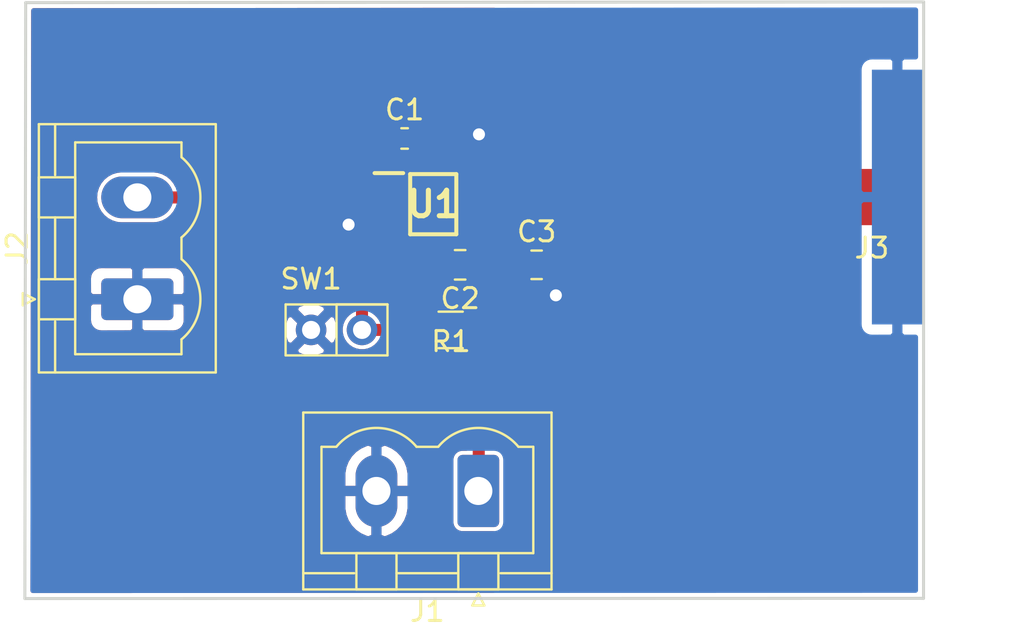
<source format=kicad_pcb>
(kicad_pcb (version 20171130) (host pcbnew "(5.1.10)-1")

  (general
    (thickness 1.6)
    (drawings 5)
    (tracks 37)
    (zones 0)
    (modules 9)
    (nets 7)
  )

  (page A4)
  (title_block
    (date 2021-01-14)
  )

  (layers
    (0 F.Cu signal)
    (31 B.Cu signal)
    (32 B.Adhes user)
    (33 F.Adhes user)
    (34 B.Paste user)
    (35 F.Paste user)
    (36 B.SilkS user)
    (37 F.SilkS user)
    (38 B.Mask user)
    (39 F.Mask user)
    (40 Dwgs.User user)
    (41 Cmts.User user)
    (42 Eco1.User user)
    (43 Eco2.User user)
    (44 Edge.Cuts user)
    (45 Margin user)
    (46 B.CrtYd user)
    (47 F.CrtYd user)
    (48 B.Fab user)
    (49 F.Fab user)
  )

  (setup
    (last_trace_width 0.3)
    (user_trace_width 0.3)
    (user_trace_width 0.45)
    (user_trace_width 0.6)
    (user_trace_width 2.803)
    (trace_clearance 0.2)
    (zone_clearance 0.2)
    (zone_45_only no)
    (trace_min 0.2)
    (via_size 0.8)
    (via_drill 0.6)
    (via_min_size 0.4)
    (via_min_drill 0.3)
    (user_via 0.8 0.6)
    (uvia_size 0.3)
    (uvia_drill 0.1)
    (uvias_allowed no)
    (uvia_min_size 0.2)
    (uvia_min_drill 0.1)
    (edge_width 0.15)
    (segment_width 0.2)
    (pcb_text_width 0.3)
    (pcb_text_size 1.5 1.5)
    (mod_edge_width 0.15)
    (mod_text_size 1 1)
    (mod_text_width 0.15)
    (pad_size 1.524 1.524)
    (pad_drill 0.762)
    (pad_to_mask_clearance 0.2)
    (aux_axis_origin 0 0)
    (visible_elements 7FFFEFFF)
    (pcbplotparams
      (layerselection 0x01000_7fffffff)
      (usegerberextensions false)
      (usegerberattributes false)
      (usegerberadvancedattributes false)
      (creategerberjobfile false)
      (excludeedgelayer true)
      (linewidth 0.100000)
      (plotframeref false)
      (viasonmask false)
      (mode 1)
      (useauxorigin false)
      (hpglpennumber 1)
      (hpglpenspeed 20)
      (hpglpendiameter 15.000000)
      (psnegative false)
      (psa4output false)
      (plotreference true)
      (plotvalue true)
      (plotinvisibletext false)
      (padsonsilk false)
      (subtractmaskfromsilk false)
      (outputformat 1)
      (mirror false)
      (drillshape 0)
      (scaleselection 1)
      (outputdirectory "../saida/"))
  )

  (net 0 "")
  (net 1 GND)
  (net 2 /BYP)
  (net 3 +5V)
  (net 4 /OUT)
  (net 5 /SHDN)
  (net 6 /Tune)

  (net_class Default "This is the default net class."
    (clearance 0.2)
    (trace_width 0.3)
    (via_dia 0.8)
    (via_drill 0.6)
    (uvia_dia 0.3)
    (uvia_drill 0.1)
    (add_net +5V)
    (add_net /BYP)
    (add_net /SHDN)
    (add_net /Tune)
    (add_net GND)
  )

  (net_class Micro50 ""
    (clearance 0.2)
    (trace_width 2.803)
    (via_dia 0.8)
    (via_drill 0.6)
    (uvia_dia 0.3)
    (uvia_drill 0.1)
    (add_net /OUT)
  )

  (module radar:switchRadar (layer F.Cu) (tedit 60009EEF) (tstamp 5FFCD667)
    (at 146.94154 100.44938)
    (path /5FF36AD2)
    (fp_text reference SW1 (at 0 -2.54) (layer F.SilkS)
      (effects (font (size 1 1) (thickness 0.15)))
    )
    (fp_text value SW_Push (at 0 -5.08) (layer F.Fab)
      (effects (font (size 1 1) (thickness 0.15)))
    )
    (fp_line (start 1.27 -1.27) (end 1.27 1.27) (layer F.SilkS) (width 0.12))
    (fp_line (start 3.81 -1.27) (end 1.27 -1.27) (layer F.SilkS) (width 0.12))
    (fp_line (start -1.27 -1.27) (end 3.81 -1.27) (layer F.SilkS) (width 0.12))
    (fp_line (start -1.27 1.27) (end -1.27 -1.27) (layer F.SilkS) (width 0.12))
    (fp_line (start 3.81 1.27) (end -1.27 1.27) (layer F.SilkS) (width 0.12))
    (fp_line (start 3.81 -1.27) (end 3.81 1.27) (layer F.SilkS) (width 0.12))
    (pad 2 thru_hole circle (at 2.54 0) (size 1.524 1.524) (drill 0.9) (layers *.Cu *.Mask)
      (net 5 /SHDN))
    (pad 1 thru_hole circle (at 0 0) (size 1.524 1.524) (drill 0.9) (layers *.Cu *.Mask)
      (net 1 GND))
  )

  (module Capacitor_SMD:C_0805_2012Metric (layer F.Cu) (tedit 5F68FEEE) (tstamp 5FFCBEE3)
    (at 154.37358 97.20326 180)
    (descr "Capacitor SMD 0805 (2012 Metric), square (rectangular) end terminal, IPC_7351 nominal, (Body size source: IPC-SM-782 page 76, https://www.pcb-3d.com/wordpress/wp-content/uploads/ipc-sm-782a_amendment_1_and_2.pdf, https://docs.google.com/spreadsheets/d/1BsfQQcO9C6DZCsRaXUlFlo91Tg2WpOkGARC1WS5S8t0/edit?usp=sharing), generated with kicad-footprint-generator")
    (tags capacitor)
    (path /5FFC6E2B)
    (attr smd)
    (fp_text reference C2 (at 0 -1.68) (layer F.SilkS)
      (effects (font (size 1 1) (thickness 0.15)))
    )
    (fp_text value "220 pF" (at 0 1.68) (layer F.Fab)
      (effects (font (size 1 1) (thickness 0.15)))
    )
    (fp_line (start 1.7 0.98) (end -1.7 0.98) (layer F.CrtYd) (width 0.05))
    (fp_line (start 1.7 -0.98) (end 1.7 0.98) (layer F.CrtYd) (width 0.05))
    (fp_line (start -1.7 -0.98) (end 1.7 -0.98) (layer F.CrtYd) (width 0.05))
    (fp_line (start -1.7 0.98) (end -1.7 -0.98) (layer F.CrtYd) (width 0.05))
    (fp_line (start -0.261252 0.735) (end 0.261252 0.735) (layer F.SilkS) (width 0.12))
    (fp_line (start -0.261252 -0.735) (end 0.261252 -0.735) (layer F.SilkS) (width 0.12))
    (fp_line (start 1 0.625) (end -1 0.625) (layer F.Fab) (width 0.1))
    (fp_line (start 1 -0.625) (end 1 0.625) (layer F.Fab) (width 0.1))
    (fp_line (start -1 -0.625) (end 1 -0.625) (layer F.Fab) (width 0.1))
    (fp_line (start -1 0.625) (end -1 -0.625) (layer F.Fab) (width 0.1))
    (fp_text user %R (at 1.310299 -2.323261) (layer F.Fab)
      (effects (font (size 0.5 0.5) (thickness 0.08)))
    )
    (pad 2 smd roundrect (at 0.95 0 180) (size 1 1.45) (layers F.Cu F.Paste F.Mask) (roundrect_rratio 0.25)
      (net 1 GND))
    (pad 1 smd roundrect (at -0.95 0 180) (size 1 1.45) (layers F.Cu F.Paste F.Mask) (roundrect_rratio 0.25)
      (net 3 +5V))
    (model ${KISYS3DMOD}/Capacitor_SMD.3dshapes/C_0805_2012Metric.wrl
      (at (xyz 0 0 0))
      (scale (xyz 1 1 1))
      (rotate (xyz 0 0 0))
    )
  )

  (module Connector_Phoenix_MSTB:PhoenixContact_MSTBVA_2,5_2-G-5,08_1x02_P5.08mm_Vertical (layer F.Cu) (tedit 5B785047) (tstamp 5FFCC2F9)
    (at 138.28014 98.9203 90)
    (descr "Generic Phoenix Contact connector footprint for: MSTBVA_2,5/2-G-5,08; number of pins: 02; pin pitch: 5.08mm; Vertical || order number: 1755736 12A || order number: 1924305 16A (HC)")
    (tags "phoenix_contact connector MSTBVA_01x02_G_5.08mm")
    (path /5FF40A67)
    (fp_text reference J2 (at 2.54 -6 90) (layer F.SilkS)
      (effects (font (size 1 1) (thickness 0.15)))
    )
    (fp_text value Conn_01x02 (at 2.54 5 90) (layer F.Fab)
      (effects (font (size 1 1) (thickness 0.15)))
    )
    (fp_line (start -0.5 -3.55) (end 0.5 -3.55) (layer F.Fab) (width 0.1))
    (fp_line (start 0 -2.55) (end -0.5 -3.55) (layer F.Fab) (width 0.1))
    (fp_line (start 0.5 -3.55) (end 0 -2.55) (layer F.Fab) (width 0.1))
    (fp_line (start -0.3 -5.71) (end 0.3 -5.71) (layer F.SilkS) (width 0.12))
    (fp_line (start 0 -5.11) (end -0.3 -5.71) (layer F.SilkS) (width 0.12))
    (fp_line (start 0.3 -5.71) (end 0 -5.11) (layer F.SilkS) (width 0.12))
    (fp_line (start 9.12 -5.3) (end -4.04 -5.3) (layer F.CrtYd) (width 0.05))
    (fp_line (start 9.12 4.3) (end 9.12 -5.3) (layer F.CrtYd) (width 0.05))
    (fp_line (start -4.04 4.3) (end 9.12 4.3) (layer F.CrtYd) (width 0.05))
    (fp_line (start -4.04 -5.3) (end -4.04 4.3) (layer F.CrtYd) (width 0.05))
    (fp_line (start 7.82 2.2) (end 7.08 2.2) (layer F.SilkS) (width 0.12))
    (fp_line (start 7.82 -3.1) (end 7.82 2.2) (layer F.SilkS) (width 0.12))
    (fp_line (start -2.74 -3.1) (end 7.82 -3.1) (layer F.SilkS) (width 0.12))
    (fp_line (start -2.74 2.2) (end -2.74 -3.1) (layer F.SilkS) (width 0.12))
    (fp_line (start -2 2.2) (end -2.74 2.2) (layer F.SilkS) (width 0.12))
    (fp_line (start 2 2.2) (end 3.08 2.2) (layer F.SilkS) (width 0.12))
    (fp_line (start 6.08 -3.1) (end 4.08 -3.1) (layer F.SilkS) (width 0.12))
    (fp_line (start 6.08 -4.91) (end 6.08 -3.1) (layer F.SilkS) (width 0.12))
    (fp_line (start 4.08 -4.91) (end 6.08 -4.91) (layer F.SilkS) (width 0.12))
    (fp_line (start 4.08 -3.1) (end 4.08 -4.91) (layer F.SilkS) (width 0.12))
    (fp_line (start 1 -3.1) (end -1 -3.1) (layer F.SilkS) (width 0.12))
    (fp_line (start 1 -4.91) (end 1 -3.1) (layer F.SilkS) (width 0.12))
    (fp_line (start -1 -4.91) (end 1 -4.91) (layer F.SilkS) (width 0.12))
    (fp_line (start -1 -3.1) (end -1 -4.91) (layer F.SilkS) (width 0.12))
    (fp_line (start 1 -4.1) (end 4.08 -4.1) (layer F.SilkS) (width 0.12))
    (fp_line (start 8.73 -4.1) (end 6.19 -4.1) (layer F.SilkS) (width 0.12))
    (fp_line (start -3.65 -4.1) (end -1.11 -4.1) (layer F.SilkS) (width 0.12))
    (fp_line (start 8.62 -4.8) (end -3.54 -4.8) (layer F.Fab) (width 0.1))
    (fp_line (start 8.62 3.8) (end 8.62 -4.8) (layer F.Fab) (width 0.1))
    (fp_line (start -3.54 3.8) (end 8.62 3.8) (layer F.Fab) (width 0.1))
    (fp_line (start -3.54 -4.8) (end -3.54 3.8) (layer F.Fab) (width 0.1))
    (fp_line (start 8.73 -4.91) (end -3.65 -4.91) (layer F.SilkS) (width 0.12))
    (fp_line (start 8.73 3.91) (end 8.73 -4.91) (layer F.SilkS) (width 0.12))
    (fp_line (start -3.65 3.91) (end 8.73 3.91) (layer F.SilkS) (width 0.12))
    (fp_line (start -3.65 -4.91) (end -3.65 3.91) (layer F.SilkS) (width 0.12))
    (fp_text user %R (at 2.54 -4.1 90) (layer F.Fab)
      (effects (font (size 1 1) (thickness 0.15)))
    )
    (fp_arc (start 5.08 0.55) (end 3.08 2.2) (angle -100.5) (layer F.SilkS) (width 0.12))
    (fp_arc (start 0 0.55) (end -2 2.2) (angle -100.5) (layer F.SilkS) (width 0.12))
    (pad 2 thru_hole oval (at 5.08 0 90) (size 2.08 3.6) (drill 1.4) (layers *.Cu *.Mask)
      (net 6 /Tune))
    (pad 1 thru_hole roundrect (at 0 0 90) (size 2.08 3.6) (drill 1.4) (layers *.Cu *.Mask) (roundrect_rratio 0.1201908653846154)
      (net 1 GND))
    (model ${KISYS3DMOD}/Connector_Phoenix_MSTB.3dshapes/PhoenixContact_MSTBVA_2,5_2-G-5,08_1x02_P5.08mm_Vertical.wrl
      (at (xyz 0 0 0))
      (scale (xyz 1 1 1))
      (rotate (xyz 0 0 0))
    )
  )

  (module footprints:SMA_Amphenol_901-9215_EdgeMount (layer F.Cu) (tedit 5DA84608) (tstamp 5D54D79B)
    (at 172.36186 93.82506)
    (descr http://www.amphenolrf.com/132289.html)
    (tags SMA)
    (path /5C49BA5D)
    (attr smd)
    (fp_text reference J3 (at 2.54 2.54) (layer F.SilkS)
      (effects (font (size 1 1) (thickness 0.15)))
    )
    (fp_text value Conn_Coaxial (at 5 7.62 180) (layer F.Fab)
      (effects (font (size 1 1) (thickness 0.15)))
    )
    (fp_line (start -2.54 6.35) (end -2.54 -6.35) (layer B.CrtYd) (width 0.05))
    (fp_line (start 5.08 6.35) (end -2.54 6.35) (layer B.CrtYd) (width 0.05))
    (fp_line (start 5.08 -6.35) (end 5.08 6.35) (layer B.CrtYd) (width 0.05))
    (fp_line (start 5.08 -6.35) (end -2.54 -6.35) (layer B.CrtYd) (width 0.05))
    (fp_line (start -2.54 6.35) (end -2.54 -6.35) (layer F.CrtYd) (width 0.05))
    (fp_line (start 5.08 6.35) (end -2.54 6.35) (layer F.CrtYd) (width 0.05))
    (fp_line (start 5.08 -6.35) (end 5.08 6.35) (layer F.CrtYd) (width 0.05))
    (fp_line (start 5.08 -6.35) (end -2.54 -6.35) (layer F.CrtYd) (width 0.05))
    (fp_text user %R (at 1.27 -3.81 90) (layer F.Fab)
      (effects (font (size 1 1) (thickness 0.15)))
    )
    (pad 1 smd rect (at 1.27 0 90) (size 2.8029 7.62) (layers F.Cu F.Paste F.Mask)
      (net 4 /OUT))
    (pad 2 smd rect (at 3.81 0 180) (size 2.54 12.7) (layers B.Cu B.Paste B.Mask)
      (net 1 GND))
    (model ${KISYS3DMOD}/Connector_Coaxial.3dshapes/SMA_Amphenol_132289_EdgeMount.wrl
      (at (xyz 0 0 0))
      (scale (xyz 1 1 1))
      (rotate (xyz 0 0 0))
    )
    (model C:/Users/USER/Desktop/901-9215-REV-1.igs
      (offset (xyz 14.73199977874756 0 0.6349999904632568))
      (scale (xyz 1 1 1))
      (rotate (xyz 0 180 0))
    )
  )

  (module Resistor_SMD:R_1206_3216Metric (layer F.Cu) (tedit 5B301BBD) (tstamp 5D54D4CC)
    (at 153.90114 100.44938 180)
    (descr "Resistor SMD 1206 (3216 Metric), square (rectangular) end terminal, IPC_7351 nominal, (Body size source: http://www.tortai-tech.com/upload/download/2011102023233369053.pdf), generated with kicad-footprint-generator")
    (tags resistor)
    (path /5C4F9F46)
    (attr smd)
    (fp_text reference R1 (at -0.0127 -0.57754) (layer F.SilkS)
      (effects (font (size 1 1) (thickness 0.15)))
    )
    (fp_text value 10k (at 0 1.82) (layer F.Fab)
      (effects (font (size 1 1) (thickness 0.15)))
    )
    (fp_line (start -1.6 0.8) (end -1.6 -0.8) (layer F.Fab) (width 0.1))
    (fp_line (start -1.6 -0.8) (end 1.6 -0.8) (layer F.Fab) (width 0.1))
    (fp_line (start 1.6 -0.8) (end 1.6 0.8) (layer F.Fab) (width 0.1))
    (fp_line (start 1.6 0.8) (end -1.6 0.8) (layer F.Fab) (width 0.1))
    (fp_line (start -0.602064 -0.91) (end 0.602064 -0.91) (layer F.SilkS) (width 0.12))
    (fp_line (start -0.602064 0.91) (end 0.602064 0.91) (layer F.SilkS) (width 0.12))
    (fp_line (start -2.28 1.12) (end -2.28 -1.12) (layer F.CrtYd) (width 0.05))
    (fp_line (start -2.28 -1.12) (end 2.28 -1.12) (layer F.CrtYd) (width 0.05))
    (fp_line (start 2.28 -1.12) (end 2.28 1.12) (layer F.CrtYd) (width 0.05))
    (fp_line (start 2.28 1.12) (end -2.28 1.12) (layer F.CrtYd) (width 0.05))
    (fp_text user %R (at -0.04318 -0.22098) (layer F.Fab)
      (effects (font (size 0.8 0.8) (thickness 0.12)))
    )
    (pad 1 smd roundrect (at -1.4 0 180) (size 1.25 1.75) (layers F.Cu F.Paste F.Mask) (roundrect_rratio 0.2)
      (net 3 +5V))
    (pad 2 smd roundrect (at 1.4 0 180) (size 1.25 1.75) (layers F.Cu F.Paste F.Mask) (roundrect_rratio 0.2)
      (net 5 /SHDN))
    (model ${KISYS3DMOD}/Resistor_SMD.3dshapes/R_1206_3216Metric.wrl
      (at (xyz 0 0 0))
      (scale (xyz 1 1 1))
      (rotate (xyz 0 0 0))
    )
  )

  (module SamacSys_Parts:SOP65P490X110-8N (layer F.Cu) (tedit 0) (tstamp 5D54D4E3)
    (at 153.03246 94.18066)
    (descr 21-0036)
    (tags "Integrated Circuit")
    (path /5C4F997F)
    (attr smd)
    (fp_text reference U1 (at 0 0) (layer F.SilkS)
      (effects (font (size 1.27 1.27) (thickness 0.254)))
    )
    (fp_text value MAX2750EUA+ (at 0 0) (layer F.SilkS) hide
      (effects (font (size 1.27 1.27) (thickness 0.254)))
    )
    (fp_line (start -2.925 -1.55) (end -1.5 -1.55) (layer F.SilkS) (width 0.2))
    (fp_line (start -1.15 1.5) (end -1.15 -1.5) (layer F.SilkS) (width 0.2))
    (fp_line (start 1.15 1.5) (end -1.15 1.5) (layer F.SilkS) (width 0.2))
    (fp_line (start 1.15 -1.5) (end 1.15 1.5) (layer F.SilkS) (width 0.2))
    (fp_line (start -1.15 -1.5) (end 1.15 -1.5) (layer F.SilkS) (width 0.2))
    (fp_line (start -1.5 -0.85) (end -0.85 -1.5) (layer F.Fab) (width 0.1))
    (fp_line (start -1.5 1.5) (end -1.5 -1.5) (layer F.Fab) (width 0.1))
    (fp_line (start 1.5 1.5) (end -1.5 1.5) (layer F.Fab) (width 0.1))
    (fp_line (start 1.5 -1.5) (end 1.5 1.5) (layer F.Fab) (width 0.1))
    (fp_line (start -1.5 -1.5) (end 1.5 -1.5) (layer F.Fab) (width 0.1))
    (fp_line (start -3.175 1.8) (end -3.175 -1.8) (layer F.CrtYd) (width 0.05))
    (fp_line (start 3.175 1.8) (end -3.175 1.8) (layer F.CrtYd) (width 0.05))
    (fp_line (start 3.175 -1.8) (end 3.175 1.8) (layer F.CrtYd) (width 0.05))
    (fp_line (start -3.175 -1.8) (end 3.175 -1.8) (layer F.CrtYd) (width 0.05))
    (fp_text user %R (at 0 0) (layer F.Fab)
      (effects (font (size 1.27 1.27) (thickness 0.254)))
    )
    (pad 8 smd rect (at 2.212 -0.975 90) (size 0.45 1.425) (layers F.Cu F.Paste F.Mask)
      (net 1 GND))
    (pad 7 smd rect (at 2.212 -0.325 90) (size 0.45 1.425) (layers F.Cu F.Paste F.Mask)
      (net 4 /OUT))
    (pad 6 smd rect (at 2.212 0.325 90) (size 0.45 1.425) (layers F.Cu F.Paste F.Mask)
      (net 3 +5V))
    (pad 5 smd rect (at 2.212 0.975 90) (size 0.45 1.425) (layers F.Cu F.Paste F.Mask)
      (net 3 +5V))
    (pad 4 smd rect (at -2.212 0.975 90) (size 0.45 1.425) (layers F.Cu F.Paste F.Mask)
      (net 5 /SHDN))
    (pad 3 smd rect (at -2.212 0.325 90) (size 0.45 1.425) (layers F.Cu F.Paste F.Mask)
      (net 1 GND))
    (pad 2 smd rect (at -2.212 -0.325 90) (size 0.45 1.425) (layers F.Cu F.Paste F.Mask)
      (net 6 /Tune))
    (pad 1 smd rect (at -2.212 -0.975 90) (size 0.45 1.425) (layers F.Cu F.Paste F.Mask)
      (net 2 /BYP))
    (model C:\SamacSys_PCB_Library\KiCad\SamacSys_Parts.3dshapes\MAX2750EUA+.stp
      (at (xyz 0 0 0))
      (scale (xyz 1 1 1))
      (rotate (xyz 0 0 0))
    )
  )

  (module Connector_Phoenix_MSTB:PhoenixContact_MSTBVA_2,5_2-G-5,08_1x02_P5.08mm_Vertical (layer F.Cu) (tedit 5B785047) (tstamp 5D54D48F)
    (at 155.28036 108.47832 180)
    (descr "Generic Phoenix Contact connector footprint for: MSTBVA_2,5/2-G-5,08; number of pins: 02; pin pitch: 5.08mm; Vertical || order number: 1755736 12A || order number: 1924305 16A (HC)")
    (tags "phoenix_contact connector MSTBVA_01x02_G_5.08mm")
    (path /5C4FA506)
    (fp_text reference J1 (at 2.54 -6) (layer F.SilkS)
      (effects (font (size 1 1) (thickness 0.15)))
    )
    (fp_text value Conn_01x02 (at 4.82346 -2.39014) (layer F.Fab)
      (effects (font (size 1 1) (thickness 0.15)))
    )
    (fp_line (start -0.5 -3.55) (end 0.5 -3.55) (layer F.Fab) (width 0.1))
    (fp_line (start 0 -2.55) (end -0.5 -3.55) (layer F.Fab) (width 0.1))
    (fp_line (start 0.5 -3.55) (end 0 -2.55) (layer F.Fab) (width 0.1))
    (fp_line (start -0.3 -5.71) (end 0.3 -5.71) (layer F.SilkS) (width 0.12))
    (fp_line (start 0 -5.11) (end -0.3 -5.71) (layer F.SilkS) (width 0.12))
    (fp_line (start 0.3 -5.71) (end 0 -5.11) (layer F.SilkS) (width 0.12))
    (fp_line (start 9.12 -5.3) (end -4.04 -5.3) (layer F.CrtYd) (width 0.05))
    (fp_line (start 9.12 4.3) (end 9.12 -5.3) (layer F.CrtYd) (width 0.05))
    (fp_line (start -4.04 4.3) (end 9.12 4.3) (layer F.CrtYd) (width 0.05))
    (fp_line (start -4.04 -5.3) (end -4.04 4.3) (layer F.CrtYd) (width 0.05))
    (fp_line (start 7.82 2.2) (end 7.08 2.2) (layer F.SilkS) (width 0.12))
    (fp_line (start 7.82 -3.1) (end 7.82 2.2) (layer F.SilkS) (width 0.12))
    (fp_line (start -2.74 -3.1) (end 7.82 -3.1) (layer F.SilkS) (width 0.12))
    (fp_line (start -2.74 2.2) (end -2.74 -3.1) (layer F.SilkS) (width 0.12))
    (fp_line (start -2 2.2) (end -2.74 2.2) (layer F.SilkS) (width 0.12))
    (fp_line (start 2 2.2) (end 3.08 2.2) (layer F.SilkS) (width 0.12))
    (fp_line (start 6.08 -3.1) (end 4.08 -3.1) (layer F.SilkS) (width 0.12))
    (fp_line (start 6.08 -4.91) (end 6.08 -3.1) (layer F.SilkS) (width 0.12))
    (fp_line (start 4.08 -4.91) (end 6.08 -4.91) (layer F.SilkS) (width 0.12))
    (fp_line (start 4.08 -3.1) (end 4.08 -4.91) (layer F.SilkS) (width 0.12))
    (fp_line (start 1 -3.1) (end -1 -3.1) (layer F.SilkS) (width 0.12))
    (fp_line (start 1 -4.91) (end 1 -3.1) (layer F.SilkS) (width 0.12))
    (fp_line (start -1 -4.91) (end 1 -4.91) (layer F.SilkS) (width 0.12))
    (fp_line (start -1 -3.1) (end -1 -4.91) (layer F.SilkS) (width 0.12))
    (fp_line (start 1 -4.1) (end 4.08 -4.1) (layer F.SilkS) (width 0.12))
    (fp_line (start 8.73 -4.1) (end 6.19 -4.1) (layer F.SilkS) (width 0.12))
    (fp_line (start -3.65 -4.1) (end -1.11 -4.1) (layer F.SilkS) (width 0.12))
    (fp_line (start 8.62 -4.8) (end -3.54 -4.8) (layer F.Fab) (width 0.1))
    (fp_line (start 8.62 3.8) (end 8.62 -4.8) (layer F.Fab) (width 0.1))
    (fp_line (start -3.54 3.8) (end 8.62 3.8) (layer F.Fab) (width 0.1))
    (fp_line (start -3.54 -4.8) (end -3.54 3.8) (layer F.Fab) (width 0.1))
    (fp_line (start 8.73 -4.91) (end -3.65 -4.91) (layer F.SilkS) (width 0.12))
    (fp_line (start 8.73 3.91) (end 8.73 -4.91) (layer F.SilkS) (width 0.12))
    (fp_line (start -3.65 3.91) (end 8.73 3.91) (layer F.SilkS) (width 0.12))
    (fp_line (start -3.65 -4.91) (end -3.65 3.91) (layer F.SilkS) (width 0.12))
    (fp_text user %R (at 2.54 -4.1) (layer F.Fab)
      (effects (font (size 1 1) (thickness 0.15)))
    )
    (fp_arc (start 5.08 0.55) (end 3.08 2.2) (angle -100.5) (layer F.SilkS) (width 0.12))
    (fp_arc (start 0 0.55) (end -2 2.2) (angle -100.5) (layer F.SilkS) (width 0.12))
    (pad 2 thru_hole oval (at 5.08 0 180) (size 2.08 3.6) (drill 1.4) (layers *.Cu *.Mask)
      (net 1 GND))
    (pad 1 thru_hole roundrect (at 0 0 180) (size 2.08 3.6) (drill 1.4) (layers *.Cu *.Mask) (roundrect_rratio 0.1201908653846154)
      (net 3 +5V))
    (model ${KISYS3DMOD}/Connector_Phoenix_MSTB.3dshapes/PhoenixContact_MSTBVA_2,5_2-G-5,08_1x02_P5.08mm_Vertical.wrl
      (at (xyz 0 0 0))
      (scale (xyz 1 1 1))
      (rotate (xyz 0 0 0))
    )
  )

  (module Capacitor_SMD:C_0603_1608Metric (layer F.Cu) (tedit 5B301BBE) (tstamp 5D54D436)
    (at 151.60498 90.90406)
    (descr "Capacitor SMD 0603 (1608 Metric), square (rectangular) end terminal, IPC_7351 nominal, (Body size source: http://www.tortai-tech.com/upload/download/2011102023233369053.pdf), generated with kicad-footprint-generator")
    (tags capacitor)
    (path /5C4F9CBA)
    (attr smd)
    (fp_text reference C1 (at 0 -1.43) (layer F.SilkS)
      (effects (font (size 1 1) (thickness 0.15)))
    )
    (fp_text value 0.1uF (at 0 1.43) (layer F.Fab)
      (effects (font (size 1 1) (thickness 0.15)))
    )
    (fp_line (start -0.8 0.4) (end -0.8 -0.4) (layer F.Fab) (width 0.1))
    (fp_line (start -0.8 -0.4) (end 0.8 -0.4) (layer F.Fab) (width 0.1))
    (fp_line (start 0.8 -0.4) (end 0.8 0.4) (layer F.Fab) (width 0.1))
    (fp_line (start 0.8 0.4) (end -0.8 0.4) (layer F.Fab) (width 0.1))
    (fp_line (start -0.162779 -0.51) (end 0.162779 -0.51) (layer F.SilkS) (width 0.12))
    (fp_line (start -0.162779 0.51) (end 0.162779 0.51) (layer F.SilkS) (width 0.12))
    (fp_line (start -1.48 0.73) (end -1.48 -0.73) (layer F.CrtYd) (width 0.05))
    (fp_line (start -1.48 -0.73) (end 1.48 -0.73) (layer F.CrtYd) (width 0.05))
    (fp_line (start 1.48 -0.73) (end 1.48 0.73) (layer F.CrtYd) (width 0.05))
    (fp_line (start 1.48 0.73) (end -1.48 0.73) (layer F.CrtYd) (width 0.05))
    (fp_text user %R (at 0 0) (layer F.Fab)
      (effects (font (size 0.4 0.4) (thickness 0.06)))
    )
    (pad 1 smd roundrect (at -0.7875 0) (size 0.875 0.95) (layers F.Cu F.Paste F.Mask) (roundrect_rratio 0.25)
      (net 2 /BYP))
    (pad 2 smd roundrect (at 0.7875 0) (size 0.875 0.95) (layers F.Cu F.Paste F.Mask) (roundrect_rratio 0.25)
      (net 1 GND))
    (model ${KISYS3DMOD}/Capacitor_SMD.3dshapes/C_0603_1608Metric.wrl
      (at (xyz 0 0 0))
      (scale (xyz 1 1 1))
      (rotate (xyz 0 0 0))
    )
  )

  (module Capacitor_SMD:C_0805_2012Metric (layer F.Cu) (tedit 5B36C52B) (tstamp 5FFCE25F)
    (at 158.18612 97.20326)
    (descr "Capacitor SMD 0805 (2012 Metric), square (rectangular) end terminal, IPC_7351 nominal, (Body size source: https://docs.google.com/spreadsheets/d/1BsfQQcO9C6DZCsRaXUlFlo91Tg2WpOkGARC1WS5S8t0/edit?usp=sharing), generated with kicad-footprint-generator")
    (tags capacitor)
    (path /5C4FA0B6)
    (attr smd)
    (fp_text reference C3 (at 0 -1.65) (layer F.SilkS)
      (effects (font (size 1 1) (thickness 0.15)))
    )
    (fp_text value 220pF (at 1.60528 -3.1623) (layer F.Fab)
      (effects (font (size 1 1) (thickness 0.15)))
    )
    (fp_line (start 1.68 0.95) (end -1.68 0.95) (layer F.CrtYd) (width 0.05))
    (fp_line (start 1.68 -0.95) (end 1.68 0.95) (layer F.CrtYd) (width 0.05))
    (fp_line (start -1.68 -0.95) (end 1.68 -0.95) (layer F.CrtYd) (width 0.05))
    (fp_line (start -1.68 0.95) (end -1.68 -0.95) (layer F.CrtYd) (width 0.05))
    (fp_line (start -0.258578 0.71) (end 0.258578 0.71) (layer F.SilkS) (width 0.12))
    (fp_line (start -0.258578 -0.71) (end 0.258578 -0.71) (layer F.SilkS) (width 0.12))
    (fp_line (start 1 0.6) (end -1 0.6) (layer F.Fab) (width 0.1))
    (fp_line (start 1 -0.6) (end 1 0.6) (layer F.Fab) (width 0.1))
    (fp_line (start -1 -0.6) (end 1 -0.6) (layer F.Fab) (width 0.1))
    (fp_line (start -1 0.6) (end -1 -0.6) (layer F.Fab) (width 0.1))
    (fp_text user %R (at -0.15748 -0.31496) (layer F.Fab)
      (effects (font (size 0.5 0.5) (thickness 0.08)))
    )
    (pad 2 smd roundrect (at 0.9375 0) (size 0.975 1.4) (layers F.Cu F.Paste F.Mask) (roundrect_rratio 0.25)
      (net 1 GND))
    (pad 1 smd roundrect (at -0.9375 0) (size 0.975 1.4) (layers F.Cu F.Paste F.Mask) (roundrect_rratio 0.25)
      (net 3 +5V))
    (model ${KISYS3DMOD}/Capacitor_SMD.3dshapes/C_0805_2012Metric.wrl
      (at (xyz 0 0 0))
      (scale (xyz 1 1 1))
      (rotate (xyz 0 0 0))
    )
  )

  (gr_line (start 132.67182 113.8428) (end 177.47742 113.83264) (layer Edge.Cuts) (width 0.15))
  (gr_line (start 132.71246 84.13242) (end 132.67182 113.8428) (layer Edge.Cuts) (width 0.15))
  (gr_line (start 177.4825 84.09686) (end 132.71246 84.13242) (layer Edge.Cuts) (width 0.15))
  (gr_line (start 177.47742 113.83264) (end 177.4825 84.09686) (layer Edge.Cuts) (width 0.15))
  (gr_text "PSI Poli-USP" (at 167.72636 111.34852) (layer F.Cu)
    (effects (font (size 1.5 1.5) (thickness 0.3)))
  )

  (via (at 155.31246 90.69866) (size 1.3) (drill 0.6) (layers F.Cu B.Cu) (net 1))
  (via (at 148.81246 95.19866) (size 1.3) (drill 0.6) (layers F.Cu B.Cu) (net 1))
  (via (at 159.14624 98.72472) (size 1.3) (drill 0.6) (layers F.Cu B.Cu) (net 1))
  (segment (start 159.12362 98.7021) (end 159.14624 98.72472) (width 0.6) (layer F.Cu) (net 1))
  (segment (start 159.12362 97.20326) (end 159.12362 98.7021) (width 0.6) (layer F.Cu) (net 1))
  (segment (start 150.81748 90.90406) (end 150.81748 92.73276) (width 0.6) (layer F.Cu) (net 2))
  (segment (start 150.82046 92.73574) (end 150.82046 93.05565) (width 0.6) (layer F.Cu) (net 2))
  (segment (start 150.81748 92.73276) (end 150.82046 92.73574) (width 0.6) (layer F.Cu) (net 2))
  (segment (start 155.32358 97.20326) (end 155.32358 95.23478) (width 0.6) (layer F.Cu) (net 3))
  (segment (start 155.32358 100.42694) (end 155.30114 100.44938) (width 0.46) (layer F.Cu) (net 3))
  (segment (start 155.32358 98.6892) (end 157.10912 98.6892) (width 0.6) (layer F.Cu) (net 3))
  (segment (start 155.32358 97.20326) (end 155.32358 98.6892) (width 0.6) (layer F.Cu) (net 3))
  (segment (start 155.32358 98.6892) (end 155.32358 100.42694) (width 0.46) (layer F.Cu) (net 3))
  (segment (start 157.24862 98.5497) (end 157.24862 97.20326) (width 0.6) (layer F.Cu) (net 3))
  (segment (start 157.10912 98.6892) (end 157.24862 98.5497) (width 0.46) (layer F.Cu) (net 3))
  (segment (start 155.30114 108.45754) (end 155.28036 108.47832) (width 0.46) (layer F.Cu) (net 3))
  (segment (start 155.30114 100.44938) (end 155.30114 108.45754) (width 0.6) (layer F.Cu) (net 3))
  (segment (start 155.34447 94.60567) (end 155.24446 94.50566) (width 0.3) (layer F.Cu) (net 3))
  (segment (start 155.30022 95.0999) (end 155.24446 95.15566) (width 0.3) (layer F.Cu) (net 3))
  (segment (start 155.24446 94.50566) (end 156.35466 94.50566) (width 0.45) (layer F.Cu) (net 3))
  (segment (start 157.24862 95.39962) (end 157.24862 97.20326) (width 0.45) (layer F.Cu) (net 3))
  (segment (start 156.35466 94.50566) (end 157.24862 95.39962) (width 0.45) (layer F.Cu) (net 3))
  (segment (start 172.71226 93.85566) (end 172.71746 93.85046) (width 0.46) (layer F.Cu) (net 4))
  (segment (start 156.31148 93.85566) (end 155.24446 93.85566) (width 0.45) (layer F.Cu) (net 4))
  (segment (start 156.3116 93.85554) (end 156.31148 93.85566) (width 0.3) (layer F.Cu) (net 4))
  (segment (start 172.0274 93.82506) (end 159.07258 93.82506) (width 2.803) (layer F.Cu) (net 4))
  (segment (start 159.0421 93.85554) (end 159.3977 93.85554) (width 0.6) (layer F.Cu) (net 4))
  (segment (start 156.3116 93.85554) (end 159.0421 93.85554) (width 0.45) (layer F.Cu) (net 4))
  (segment (start 149.48154 100.44938) (end 152.50114 100.44938) (width 0.6) (layer F.Cu) (net 5))
  (segment (start 149.48154 100.44938) (end 149.48154 98.57994) (width 0.6) (layer F.Cu) (net 5))
  (segment (start 149.48154 98.57994) (end 150.82046 97.24102) (width 0.6) (layer F.Cu) (net 5))
  (segment (start 150.82046 97.24102) (end 150.82046 95.230661) (width 0.6) (layer F.Cu) (net 5))
  (segment (start 138.2955 93.85566) (end 138.28014 93.8403) (width 0.45) (layer F.Cu) (net 6))
  (segment (start 138.393002 93.84538) (end 149.73046 93.84538) (width 0.6) (layer F.Cu) (net 6))
  (segment (start 150.8051 93.8403) (end 150.82046 93.85566) (width 0.3) (layer F.Cu) (net 6))
  (segment (start 149.74074 93.85566) (end 149.73046 93.84538) (width 0.45) (layer F.Cu) (net 6))
  (segment (start 150.82046 93.85566) (end 149.74074 93.85566) (width 0.45) (layer F.Cu) (net 6))

  (zone (net 1) (net_name GND) (layer F.Cu) (tstamp 61F5B304) (hatch edge 0.508)
    (connect_pads (clearance 0.2))
    (min_thickness 0.254)
    (fill yes (arc_segments 32) (thermal_gap 0.508) (thermal_bridge_width 0.508))
    (polygon
      (pts
        (xy 156.14269 113.8428) (xy 132.74294 113.7793) (xy 132.74294 84.19084) (xy 132.7023 84.15782) (xy 156.19603 84.16544)
      )
    )
    (filled_polygon
      (pts
        (xy 156.054316 92.351555) (xy 155.947127 92.342664) (xy 155.53021 92.34566) (xy 155.37146 92.50441) (xy 155.37146 93.10766)
        (xy 155.39146 93.10766) (xy 155.39146 93.302078) (xy 154.53196 93.302078) (xy 154.515899 93.30366) (xy 154.05571 93.30366)
        (xy 153.89696 93.46241) (xy 153.908141 93.564771) (xy 153.946291 93.683895) (xy 154.006949 93.793288) (xy 154.087782 93.888745)
        (xy 154.185684 93.966598) (xy 154.203378 93.975708) (xy 154.203378 94.08066) (xy 154.209692 94.144763) (xy 154.220581 94.18066)
        (xy 154.209692 94.216557) (xy 154.203378 94.28066) (xy 154.203378 94.73066) (xy 154.209692 94.794763) (xy 154.220581 94.83066)
        (xy 154.209692 94.866557) (xy 154.203378 94.93066) (xy 154.203378 95.38066) (xy 154.209692 95.444763) (xy 154.22839 95.506403)
        (xy 154.258754 95.56321) (xy 154.299617 95.613003) (xy 154.34941 95.653866) (xy 154.406217 95.68423) (xy 154.467857 95.702928)
        (xy 154.53196 95.709242) (xy 154.696581 95.709242) (xy 154.69658 96.292781) (xy 154.664461 96.319141) (xy 154.592507 96.406817)
        (xy 154.560511 96.466677) (xy 154.549392 96.353778) (xy 154.513082 96.23408) (xy 154.454117 96.123766) (xy 154.374765 96.027075)
        (xy 154.278074 95.947723) (xy 154.16776 95.888758) (xy 154.048062 95.852448) (xy 153.92358 95.840188) (xy 153.70933 95.84326)
        (xy 153.55058 96.00201) (xy 153.55058 97.07626) (xy 153.57058 97.07626) (xy 153.57058 97.33026) (xy 153.55058 97.33026)
        (xy 153.55058 98.40451) (xy 153.70933 98.56326) (xy 153.92358 98.566332) (xy 154.048062 98.554072) (xy 154.16776 98.517762)
        (xy 154.278074 98.458797) (xy 154.374765 98.379445) (xy 154.454117 98.282754) (xy 154.513082 98.17244) (xy 154.549392 98.052742)
        (xy 154.560511 97.939843) (xy 154.592507 97.999703) (xy 154.664461 98.087379) (xy 154.696581 98.113739) (xy 154.696581 98.658396)
        (xy 154.693547 98.6892) (xy 154.705653 98.812113) (xy 154.741505 98.930303) (xy 154.76658 98.977215) (xy 154.76658 99.271076)
        (xy 154.704726 99.28984) (xy 154.604697 99.343307) (xy 154.517021 99.415261) (xy 154.445067 99.502937) (xy 154.3916 99.602966)
        (xy 154.358675 99.711504) (xy 154.347558 99.82438) (xy 154.347558 101.07438) (xy 154.358675 101.187256) (xy 154.3916 101.295794)
        (xy 154.445067 101.395823) (xy 154.517021 101.483499) (xy 154.604697 101.555453) (xy 154.67414 101.592571) (xy 154.674141 106.349738)
        (xy 154.490357 106.349738) (xy 154.377482 106.360855) (xy 154.268944 106.39378) (xy 154.168916 106.447246) (xy 154.08124 106.5192)
        (xy 154.009286 106.606876) (xy 153.95582 106.706904) (xy 153.922895 106.815442) (xy 153.911778 106.928317) (xy 153.911778 110.028323)
        (xy 153.922895 110.141198) (xy 153.95582 110.249736) (xy 154.009286 110.349764) (xy 154.08124 110.43744) (xy 154.168916 110.509394)
        (xy 154.268944 110.56286) (xy 154.377482 110.595785) (xy 154.490357 110.606902) (xy 156.021505 110.606902) (xy 156.016421 113.435507)
        (xy 133.07437 113.440709) (xy 133.080983 108.60532) (xy 148.52536 108.60532) (xy 148.52536 109.36532) (xy 148.582321 109.689656)
        (xy 148.701462 109.996647) (xy 148.878205 110.274496) (xy 149.105758 110.512526) (xy 149.375376 110.701589) (xy 149.676697 110.834419)
        (xy 149.81365 110.868068) (xy 150.07336 110.749242) (xy 150.07336 108.60532) (xy 150.32736 108.60532) (xy 150.32736 110.749242)
        (xy 150.58707 110.868068) (xy 150.724023 110.834419) (xy 151.025344 110.701589) (xy 151.294962 110.512526) (xy 151.522515 110.274496)
        (xy 151.699258 109.996647) (xy 151.818399 109.689656) (xy 151.87536 109.36532) (xy 151.87536 108.60532) (xy 150.32736 108.60532)
        (xy 150.07336 108.60532) (xy 148.52536 108.60532) (xy 133.080983 108.60532) (xy 133.08237 107.59132) (xy 148.52536 107.59132)
        (xy 148.52536 108.35132) (xy 150.07336 108.35132) (xy 150.07336 106.207398) (xy 150.32736 106.207398) (xy 150.32736 108.35132)
        (xy 151.87536 108.35132) (xy 151.87536 107.59132) (xy 151.818399 107.266984) (xy 151.699258 106.959993) (xy 151.522515 106.682144)
        (xy 151.294962 106.444114) (xy 151.025344 106.255051) (xy 150.724023 106.122221) (xy 150.58707 106.088572) (xy 150.32736 106.207398)
        (xy 150.07336 106.207398) (xy 149.81365 106.088572) (xy 149.676697 106.122221) (xy 149.375376 106.255051) (xy 149.105758 106.444114)
        (xy 148.878205 106.682144) (xy 148.701462 106.959993) (xy 148.582321 107.266984) (xy 148.52536 107.59132) (xy 133.08237 107.59132)
        (xy 133.090819 101.414945) (xy 146.15558 101.414945) (xy 146.22256 101.655036) (xy 146.471588 101.772136) (xy 146.738675 101.838403)
        (xy 147.013557 101.85129) (xy 147.285673 101.810302) (xy 147.544563 101.717016) (xy 147.66052 101.655036) (xy 147.7275 101.414945)
        (xy 146.94154 100.628985) (xy 146.15558 101.414945) (xy 133.090819 101.414945) (xy 133.092809 99.9603) (xy 135.842068 99.9603)
        (xy 135.854328 100.084782) (xy 135.890638 100.20448) (xy 135.949603 100.314794) (xy 136.028955 100.411485) (xy 136.125646 100.490837)
        (xy 136.23596 100.549802) (xy 136.355658 100.586112) (xy 136.48014 100.598372) (xy 137.99439 100.5953) (xy 138.15314 100.43655)
        (xy 138.15314 99.0473) (xy 138.40714 99.0473) (xy 138.40714 100.43655) (xy 138.56589 100.5953) (xy 140.08014 100.598372)
        (xy 140.204622 100.586112) (xy 140.32432 100.549802) (xy 140.377461 100.521397) (xy 145.53963 100.521397) (xy 145.580618 100.793513)
        (xy 145.673904 101.052403) (xy 145.735884 101.16836) (xy 145.975975 101.23534) (xy 146.761935 100.44938) (xy 147.121145 100.44938)
        (xy 147.907105 101.23534) (xy 148.147196 101.16836) (xy 148.264296 100.919332) (xy 148.330563 100.652245) (xy 148.34345 100.377363)
        (xy 148.338142 100.342123) (xy 148.39254 100.342123) (xy 148.39254 100.556637) (xy 148.43439 100.76703) (xy 148.516481 100.965215)
        (xy 148.635659 101.143577) (xy 148.787343 101.295261) (xy 148.965705 101.414439) (xy 149.16389 101.49653) (xy 149.374283 101.53838)
        (xy 149.588797 101.53838) (xy 149.79919 101.49653) (xy 149.997375 101.414439) (xy 150.175737 101.295261) (xy 150.327421 101.143577)
        (xy 150.372321 101.07638) (xy 151.547755 101.07638) (xy 151.558675 101.187256) (xy 151.5916 101.295794) (xy 151.645067 101.395823)
        (xy 151.717021 101.483499) (xy 151.804697 101.555453) (xy 151.904726 101.60892) (xy 152.013264 101.641845) (xy 152.12614 101.652962)
        (xy 152.87614 101.652962) (xy 152.989016 101.641845) (xy 153.097554 101.60892) (xy 153.197583 101.555453) (xy 153.285259 101.483499)
        (xy 153.357213 101.395823) (xy 153.41068 101.295794) (xy 153.443605 101.187256) (xy 153.454722 101.07438) (xy 153.454722 99.82438)
        (xy 153.443605 99.711504) (xy 153.41068 99.602966) (xy 153.357213 99.502937) (xy 153.285259 99.415261) (xy 153.197583 99.343307)
        (xy 153.097554 99.28984) (xy 152.989016 99.256915) (xy 152.87614 99.245798) (xy 152.12614 99.245798) (xy 152.013264 99.256915)
        (xy 151.904726 99.28984) (xy 151.804697 99.343307) (xy 151.717021 99.415261) (xy 151.645067 99.502937) (xy 151.5916 99.602966)
        (xy 151.558675 99.711504) (xy 151.547755 99.82238) (xy 150.372321 99.82238) (xy 150.327421 99.755183) (xy 150.175737 99.603499)
        (xy 150.10854 99.558599) (xy 150.10854 98.839651) (xy 151.019931 97.92826) (xy 152.285508 97.92826) (xy 152.297768 98.052742)
        (xy 152.334078 98.17244) (xy 152.393043 98.282754) (xy 152.472395 98.379445) (xy 152.569086 98.458797) (xy 152.6794 98.517762)
        (xy 152.799098 98.554072) (xy 152.92358 98.566332) (xy 153.13783 98.56326) (xy 153.29658 98.40451) (xy 153.29658 97.33026)
        (xy 152.44733 97.33026) (xy 152.28858 97.48901) (xy 152.285508 97.92826) (xy 151.019931 97.92826) (xy 151.242039 97.706153)
        (xy 151.265961 97.686521) (xy 151.344313 97.591048) (xy 151.402535 97.482123) (xy 151.438387 97.363933) (xy 151.44746 97.271814)
        (xy 151.44746 97.271813) (xy 151.450493 97.24102) (xy 151.44746 97.210226) (xy 151.44746 96.47826) (xy 152.285508 96.47826)
        (xy 152.28858 96.91751) (xy 152.44733 97.07626) (xy 153.29658 97.07626) (xy 153.29658 96.00201) (xy 153.13783 95.84326)
        (xy 152.92358 95.840188) (xy 152.799098 95.852448) (xy 152.6794 95.888758) (xy 152.569086 95.947723) (xy 152.472395 96.027075)
        (xy 152.393043 96.123766) (xy 152.334078 96.23408) (xy 152.297768 96.353778) (xy 152.285508 96.47826) (xy 151.44746 96.47826)
        (xy 151.44746 95.709242) (xy 151.53296 95.709242) (xy 151.597063 95.702928) (xy 151.658703 95.68423) (xy 151.71551 95.653866)
        (xy 151.765303 95.613003) (xy 151.806166 95.56321) (xy 151.83653 95.506403) (xy 151.855228 95.444763) (xy 151.861542 95.38066)
        (xy 151.861542 95.275708) (xy 151.879236 95.266598) (xy 151.977138 95.188745) (xy 152.057971 95.093288) (xy 152.118629 94.983895)
        (xy 152.156779 94.864771) (xy 152.16796 94.76241) (xy 152.00921 94.60366) (xy 151.549021 94.60366) (xy 151.53296 94.602078)
        (xy 150.835182 94.602078) (xy 150.82046 94.600628) (xy 150.805738 94.602078) (xy 150.10796 94.602078) (xy 150.091899 94.60366)
        (xy 149.63171 94.60366) (xy 149.47296 94.76241) (xy 149.484141 94.864771) (xy 149.522291 94.983895) (xy 149.582949 95.093288)
        (xy 149.663782 95.188745) (xy 149.761684 95.266598) (xy 149.779378 95.275708) (xy 149.779378 95.38066) (xy 149.785692 95.444763)
        (xy 149.80439 95.506403) (xy 149.834754 95.56321) (xy 149.875617 95.613003) (xy 149.92541 95.653866) (xy 149.982217 95.68423)
        (xy 150.043857 95.702928) (xy 150.10796 95.709242) (xy 150.193461 95.709242) (xy 150.19346 96.981308) (xy 149.059962 98.114807)
        (xy 149.03604 98.134439) (xy 148.957688 98.229912) (xy 148.899466 98.338837) (xy 148.863613 98.457028) (xy 148.851507 98.57994)
        (xy 148.854541 98.610744) (xy 148.85454 99.558599) (xy 148.787343 99.603499) (xy 148.635659 99.755183) (xy 148.516481 99.933545)
        (xy 148.43439 100.13173) (xy 148.39254 100.342123) (xy 148.338142 100.342123) (xy 148.302462 100.105247) (xy 148.209176 99.846357)
        (xy 148.147196 99.7304) (xy 147.907105 99.66342) (xy 147.121145 100.44938) (xy 146.761935 100.44938) (xy 145.975975 99.66342)
        (xy 145.735884 99.7304) (xy 145.618784 99.979428) (xy 145.552517 100.246515) (xy 145.53963 100.521397) (xy 140.377461 100.521397)
        (xy 140.434634 100.490837) (xy 140.531325 100.411485) (xy 140.610677 100.314794) (xy 140.669642 100.20448) (xy 140.705952 100.084782)
        (xy 140.718212 99.9603) (xy 140.716272 99.483815) (xy 146.15558 99.483815) (xy 146.94154 100.269775) (xy 147.7275 99.483815)
        (xy 147.66052 99.243724) (xy 147.411492 99.126624) (xy 147.144405 99.060357) (xy 146.869523 99.04747) (xy 146.597407 99.088458)
        (xy 146.338517 99.181744) (xy 146.22256 99.243724) (xy 146.15558 99.483815) (xy 140.716272 99.483815) (xy 140.71514 99.20605)
        (xy 140.55639 99.0473) (xy 138.40714 99.0473) (xy 138.15314 99.0473) (xy 136.00389 99.0473) (xy 135.84514 99.20605)
        (xy 135.842068 99.9603) (xy 133.092809 99.9603) (xy 133.095654 97.8803) (xy 135.842068 97.8803) (xy 135.84514 98.63455)
        (xy 136.00389 98.7933) (xy 138.15314 98.7933) (xy 138.15314 97.40405) (xy 138.40714 97.40405) (xy 138.40714 98.7933)
        (xy 140.55639 98.7933) (xy 140.71514 98.63455) (xy 140.718212 97.8803) (xy 140.705952 97.755818) (xy 140.669642 97.63612)
        (xy 140.610677 97.525806) (xy 140.531325 97.429115) (xy 140.434634 97.349763) (xy 140.32432 97.290798) (xy 140.204622 97.254488)
        (xy 140.08014 97.242228) (xy 138.56589 97.2453) (xy 138.40714 97.40405) (xy 138.15314 97.40405) (xy 137.99439 97.2453)
        (xy 136.48014 97.242228) (xy 136.355658 97.254488) (xy 136.23596 97.290798) (xy 136.125646 97.349763) (xy 136.028955 97.429115)
        (xy 135.949603 97.525806) (xy 135.890638 97.63612) (xy 135.854328 97.755818) (xy 135.842068 97.8803) (xy 133.095654 97.8803)
        (xy 133.10118 93.8403) (xy 136.146526 93.8403) (xy 136.17292 94.108279) (xy 136.251086 94.365959) (xy 136.378022 94.603439)
        (xy 136.548848 94.811592) (xy 136.757001 94.982418) (xy 136.994481 95.109354) (xy 137.252161 95.18752) (xy 137.452988 95.2073)
        (xy 139.107292 95.2073) (xy 139.308119 95.18752) (xy 139.565799 95.109354) (xy 139.803279 94.982418) (xy 140.011432 94.811592)
        (xy 140.182258 94.603439) (xy 140.252311 94.47238) (xy 149.761254 94.47238) (xy 149.853373 94.463307) (xy 149.971563 94.427455)
        (xy 150.008597 94.40766) (xy 150.091899 94.40766) (xy 150.10796 94.409242) (xy 151.53296 94.409242) (xy 151.549021 94.40766)
        (xy 152.00921 94.40766) (xy 152.16796 94.24891) (xy 152.156779 94.146549) (xy 152.118629 94.027425) (xy 152.057971 93.918032)
        (xy 151.977138 93.822575) (xy 151.879236 93.744722) (xy 151.861542 93.735612) (xy 151.861542 93.63066) (xy 151.855228 93.566557)
        (xy 151.844339 93.53066) (xy 151.855228 93.494763) (xy 151.861542 93.43066) (xy 151.861542 92.98066) (xy 151.858415 92.94891)
        (xy 153.89696 92.94891) (xy 154.05571 93.10766) (xy 155.11746 93.10766) (xy 155.11746 92.50441) (xy 154.95871 92.34566)
        (xy 154.541793 92.342664) (xy 154.417137 92.353004) (xy 154.296894 92.387465) (xy 154.185684 92.444722) (xy 154.087782 92.522575)
        (xy 154.006949 92.618032) (xy 153.946291 92.727425) (xy 153.908141 92.846549) (xy 153.89696 92.94891) (xy 151.858415 92.94891)
        (xy 151.855228 92.916557) (xy 151.83653 92.854917) (xy 151.806166 92.79811) (xy 151.765303 92.748317) (xy 151.71551 92.707454)
        (xy 151.658703 92.67709) (xy 151.597063 92.658392) (xy 151.53296 92.652078) (xy 151.44448 92.652078) (xy 151.44448 91.757969)
        (xy 151.503795 91.830245) (xy 151.600486 91.909597) (xy 151.7108 91.968562) (xy 151.830498 92.004872) (xy 151.95498 92.017132)
        (xy 152.10673 92.01406) (xy 152.26548 91.85531) (xy 152.26548 91.03106) (xy 152.51948 91.03106) (xy 152.51948 91.85531)
        (xy 152.67823 92.01406) (xy 152.82998 92.017132) (xy 152.954462 92.004872) (xy 153.07416 91.968562) (xy 153.184474 91.909597)
        (xy 153.281165 91.830245) (xy 153.360517 91.733554) (xy 153.419482 91.62324) (xy 153.455792 91.503542) (xy 153.468052 91.37906)
        (xy 153.46498 91.18981) (xy 153.30623 91.03106) (xy 152.51948 91.03106) (xy 152.26548 91.03106) (xy 152.24548 91.03106)
        (xy 152.24548 90.77706) (xy 152.26548 90.77706) (xy 152.26548 89.95281) (xy 152.51948 89.95281) (xy 152.51948 90.77706)
        (xy 153.30623 90.77706) (xy 153.46498 90.61831) (xy 153.468052 90.42906) (xy 153.455792 90.304578) (xy 153.419482 90.18488)
        (xy 153.360517 90.074566) (xy 153.281165 89.977875) (xy 153.184474 89.898523) (xy 153.07416 89.839558) (xy 152.954462 89.803248)
        (xy 152.82998 89.790988) (xy 152.67823 89.79406) (xy 152.51948 89.95281) (xy 152.26548 89.95281) (xy 152.10673 89.79406)
        (xy 151.95498 89.790988) (xy 151.830498 89.803248) (xy 151.7108 89.839558) (xy 151.600486 89.898523) (xy 151.503795 89.977875)
        (xy 151.424443 90.074566) (xy 151.365478 90.18488) (xy 151.358557 90.207694) (xy 151.340311 90.19272) (xy 151.245685 90.142141)
        (xy 151.143009 90.110995) (xy 151.03623 90.100478) (xy 150.59873 90.100478) (xy 150.491951 90.110995) (xy 150.389275 90.142141)
        (xy 150.294649 90.19272) (xy 150.211708 90.260788) (xy 150.14364 90.343729) (xy 150.093061 90.438355) (xy 150.061915 90.541031)
        (xy 150.051398 90.64781) (xy 150.051398 91.16031) (xy 150.061915 91.267089) (xy 150.093061 91.369765) (xy 150.14364 91.464391)
        (xy 150.19048 91.521466) (xy 150.190481 92.652078) (xy 150.10796 92.652078) (xy 150.043857 92.658392) (xy 149.982217 92.67709)
        (xy 149.92541 92.707454) (xy 149.875617 92.748317) (xy 149.834754 92.79811) (xy 149.80439 92.854917) (xy 149.785692 92.916557)
        (xy 149.779378 92.98066) (xy 149.779378 93.220165) (xy 149.761254 93.21838) (xy 140.257741 93.21838) (xy 140.182258 93.077161)
        (xy 140.011432 92.869008) (xy 139.803279 92.698182) (xy 139.565799 92.571246) (xy 139.308119 92.49308) (xy 139.107292 92.4733)
        (xy 137.452988 92.4733) (xy 137.252161 92.49308) (xy 136.994481 92.571246) (xy 136.757001 92.698182) (xy 136.548848 92.869008)
        (xy 136.378022 93.077161) (xy 136.251086 93.314641) (xy 136.17292 93.572321) (xy 136.146526 93.8403) (xy 133.10118 93.8403)
        (xy 133.11391 84.534101) (xy 156.068399 84.515869)
      )
    )
  )
  (zone (net 1) (net_name GND) (layer B.Cu) (tstamp 61F5B301) (hatch edge 0.508)
    (connect_pads (clearance 0.2))
    (min_thickness 0.254)
    (fill yes (arc_segments 32) (thermal_gap 0.508) (thermal_bridge_width 0.508))
    (polygon
      (pts
        (xy 177.7746 84.32292) (xy 177.7746 113.9698) (xy 132.58038 113.80724) (xy 132.7404 112.99698) (xy 132.90296 84.00034)
      )
    )
    (filled_polygon
      (pts
        (xy 177.080032 86.838117) (xy 176.45761 86.84006) (xy 176.29886 86.99881) (xy 176.29886 93.69806) (xy 176.31886 93.69806)
        (xy 176.31886 93.95206) (xy 176.29886 93.95206) (xy 176.29886 100.65131) (xy 176.45761 100.81006) (xy 177.077645 100.811995)
        (xy 177.075489 113.430732) (xy 133.07437 113.440709) (xy 133.080983 108.60532) (xy 148.52536 108.60532) (xy 148.52536 109.36532)
        (xy 148.582321 109.689656) (xy 148.701462 109.996647) (xy 148.878205 110.274496) (xy 149.105758 110.512526) (xy 149.375376 110.701589)
        (xy 149.676697 110.834419) (xy 149.81365 110.868068) (xy 150.07336 110.749242) (xy 150.07336 108.60532) (xy 150.32736 108.60532)
        (xy 150.32736 110.749242) (xy 150.58707 110.868068) (xy 150.724023 110.834419) (xy 151.025344 110.701589) (xy 151.294962 110.512526)
        (xy 151.522515 110.274496) (xy 151.699258 109.996647) (xy 151.818399 109.689656) (xy 151.87536 109.36532) (xy 151.87536 108.60532)
        (xy 150.32736 108.60532) (xy 150.07336 108.60532) (xy 148.52536 108.60532) (xy 133.080983 108.60532) (xy 133.08237 107.59132)
        (xy 148.52536 107.59132) (xy 148.52536 108.35132) (xy 150.07336 108.35132) (xy 150.07336 106.207398) (xy 150.32736 106.207398)
        (xy 150.32736 108.35132) (xy 151.87536 108.35132) (xy 151.87536 107.59132) (xy 151.818399 107.266984) (xy 151.699258 106.959993)
        (xy 151.679109 106.928317) (xy 153.911778 106.928317) (xy 153.911778 110.028323) (xy 153.922895 110.141198) (xy 153.95582 110.249736)
        (xy 154.009286 110.349764) (xy 154.08124 110.43744) (xy 154.168916 110.509394) (xy 154.268944 110.56286) (xy 154.377482 110.595785)
        (xy 154.490357 110.606902) (xy 156.070363 110.606902) (xy 156.183238 110.595785) (xy 156.291776 110.56286) (xy 156.391804 110.509394)
        (xy 156.47948 110.43744) (xy 156.551434 110.349764) (xy 156.6049 110.249736) (xy 156.637825 110.141198) (xy 156.648942 110.028323)
        (xy 156.648942 106.928317) (xy 156.637825 106.815442) (xy 156.6049 106.706904) (xy 156.551434 106.606876) (xy 156.47948 106.5192)
        (xy 156.391804 106.447246) (xy 156.291776 106.39378) (xy 156.183238 106.360855) (xy 156.070363 106.349738) (xy 154.490357 106.349738)
        (xy 154.377482 106.360855) (xy 154.268944 106.39378) (xy 154.168916 106.447246) (xy 154.08124 106.5192) (xy 154.009286 106.606876)
        (xy 153.95582 106.706904) (xy 153.922895 106.815442) (xy 153.911778 106.928317) (xy 151.679109 106.928317) (xy 151.522515 106.682144)
        (xy 151.294962 106.444114) (xy 151.025344 106.255051) (xy 150.724023 106.122221) (xy 150.58707 106.088572) (xy 150.32736 106.207398)
        (xy 150.07336 106.207398) (xy 149.81365 106.088572) (xy 149.676697 106.122221) (xy 149.375376 106.255051) (xy 149.105758 106.444114)
        (xy 148.878205 106.682144) (xy 148.701462 106.959993) (xy 148.582321 107.266984) (xy 148.52536 107.59132) (xy 133.08237 107.59132)
        (xy 133.090819 101.414945) (xy 146.15558 101.414945) (xy 146.22256 101.655036) (xy 146.471588 101.772136) (xy 146.738675 101.838403)
        (xy 147.013557 101.85129) (xy 147.285673 101.810302) (xy 147.544563 101.717016) (xy 147.66052 101.655036) (xy 147.7275 101.414945)
        (xy 146.94154 100.628985) (xy 146.15558 101.414945) (xy 133.090819 101.414945) (xy 133.092809 99.9603) (xy 135.842068 99.9603)
        (xy 135.854328 100.084782) (xy 135.890638 100.20448) (xy 135.949603 100.314794) (xy 136.028955 100.411485) (xy 136.125646 100.490837)
        (xy 136.23596 100.549802) (xy 136.355658 100.586112) (xy 136.48014 100.598372) (xy 137.99439 100.5953) (xy 138.15314 100.43655)
        (xy 138.15314 99.0473) (xy 138.40714 99.0473) (xy 138.40714 100.43655) (xy 138.56589 100.5953) (xy 140.08014 100.598372)
        (xy 140.204622 100.586112) (xy 140.32432 100.549802) (xy 140.377461 100.521397) (xy 145.53963 100.521397) (xy 145.580618 100.793513)
        (xy 145.673904 101.052403) (xy 145.735884 101.16836) (xy 145.975975 101.23534) (xy 146.761935 100.44938) (xy 147.121145 100.44938)
        (xy 147.907105 101.23534) (xy 148.147196 101.16836) (xy 148.264296 100.919332) (xy 148.330563 100.652245) (xy 148.34345 100.377363)
        (xy 148.338142 100.342123) (xy 148.39254 100.342123) (xy 148.39254 100.556637) (xy 148.43439 100.76703) (xy 148.516481 100.965215)
        (xy 148.635659 101.143577) (xy 148.787343 101.295261) (xy 148.965705 101.414439) (xy 149.16389 101.49653) (xy 149.374283 101.53838)
        (xy 149.588797 101.53838) (xy 149.79919 101.49653) (xy 149.997375 101.414439) (xy 150.175737 101.295261) (xy 150.327421 101.143577)
        (xy 150.446599 100.965215) (xy 150.52869 100.76703) (xy 150.57054 100.556637) (xy 150.57054 100.342123) (xy 150.537309 100.17506)
        (xy 174.263788 100.17506) (xy 174.276048 100.299542) (xy 174.312358 100.41924) (xy 174.371323 100.529554) (xy 174.450675 100.626245)
        (xy 174.547366 100.705597) (xy 174.65768 100.764562) (xy 174.777378 100.800872) (xy 174.90186 100.813132) (xy 175.88611 100.81006)
        (xy 176.04486 100.65131) (xy 176.04486 93.95206) (xy 174.42561 93.95206) (xy 174.26686 94.11081) (xy 174.263788 100.17506)
        (xy 150.537309 100.17506) (xy 150.52869 100.13173) (xy 150.446599 99.933545) (xy 150.327421 99.755183) (xy 150.175737 99.603499)
        (xy 149.997375 99.484321) (xy 149.79919 99.40223) (xy 149.588797 99.36038) (xy 149.374283 99.36038) (xy 149.16389 99.40223)
        (xy 148.965705 99.484321) (xy 148.787343 99.603499) (xy 148.635659 99.755183) (xy 148.516481 99.933545) (xy 148.43439 100.13173)
        (xy 148.39254 100.342123) (xy 148.338142 100.342123) (xy 148.302462 100.105247) (xy 148.209176 99.846357) (xy 148.147196 99.7304)
        (xy 147.907105 99.66342) (xy 147.121145 100.44938) (xy 146.761935 100.44938) (xy 145.975975 99.66342) (xy 145.735884 99.7304)
        (xy 145.618784 99.979428) (xy 145.552517 100.246515) (xy 145.53963 100.521397) (xy 140.377461 100.521397) (xy 140.434634 100.490837)
        (xy 140.531325 100.411485) (xy 140.610677 100.314794) (xy 140.669642 100.20448) (xy 140.705952 100.084782) (xy 140.718212 99.9603)
        (xy 140.716272 99.483815) (xy 146.15558 99.483815) (xy 146.94154 100.269775) (xy 147.7275 99.483815) (xy 147.66052 99.243724)
        (xy 147.411492 99.126624) (xy 147.144405 99.060357) (xy 146.869523 99.04747) (xy 146.597407 99.088458) (xy 146.338517 99.181744)
        (xy 146.22256 99.243724) (xy 146.15558 99.483815) (xy 140.716272 99.483815) (xy 140.71514 99.20605) (xy 140.55639 99.0473)
        (xy 138.40714 99.0473) (xy 138.15314 99.0473) (xy 136.00389 99.0473) (xy 135.84514 99.20605) (xy 135.842068 99.9603)
        (xy 133.092809 99.9603) (xy 133.095654 97.8803) (xy 135.842068 97.8803) (xy 135.84514 98.63455) (xy 136.00389 98.7933)
        (xy 138.15314 98.7933) (xy 138.15314 97.40405) (xy 138.40714 97.40405) (xy 138.40714 98.7933) (xy 140.55639 98.7933)
        (xy 140.71514 98.63455) (xy 140.718212 97.8803) (xy 140.705952 97.755818) (xy 140.669642 97.63612) (xy 140.610677 97.525806)
        (xy 140.531325 97.429115) (xy 140.434634 97.349763) (xy 140.32432 97.290798) (xy 140.204622 97.254488) (xy 140.08014 97.242228)
        (xy 138.56589 97.2453) (xy 138.40714 97.40405) (xy 138.15314 97.40405) (xy 137.99439 97.2453) (xy 136.48014 97.242228)
        (xy 136.355658 97.254488) (xy 136.23596 97.290798) (xy 136.125646 97.349763) (xy 136.028955 97.429115) (xy 135.949603 97.525806)
        (xy 135.890638 97.63612) (xy 135.854328 97.755818) (xy 135.842068 97.8803) (xy 133.095654 97.8803) (xy 133.10118 93.8403)
        (xy 136.146526 93.8403) (xy 136.17292 94.108279) (xy 136.251086 94.365959) (xy 136.378022 94.603439) (xy 136.548848 94.811592)
        (xy 136.757001 94.982418) (xy 136.994481 95.109354) (xy 137.252161 95.18752) (xy 137.452988 95.2073) (xy 139.107292 95.2073)
        (xy 139.308119 95.18752) (xy 139.565799 95.109354) (xy 139.803279 94.982418) (xy 140.011432 94.811592) (xy 140.182258 94.603439)
        (xy 140.309194 94.365959) (xy 140.38736 94.108279) (xy 140.413754 93.8403) (xy 140.38736 93.572321) (xy 140.309194 93.314641)
        (xy 140.182258 93.077161) (xy 140.011432 92.869008) (xy 139.803279 92.698182) (xy 139.565799 92.571246) (xy 139.308119 92.49308)
        (xy 139.107292 92.4733) (xy 137.452988 92.4733) (xy 137.252161 92.49308) (xy 136.994481 92.571246) (xy 136.757001 92.698182)
        (xy 136.548848 92.869008) (xy 136.378022 93.077161) (xy 136.251086 93.314641) (xy 136.17292 93.572321) (xy 136.146526 93.8403)
        (xy 133.10118 93.8403) (xy 133.109887 87.47506) (xy 174.263788 87.47506) (xy 174.26686 93.53931) (xy 174.42561 93.69806)
        (xy 176.04486 93.69806) (xy 176.04486 86.99881) (xy 175.88611 86.84006) (xy 174.90186 86.836988) (xy 174.777378 86.849248)
        (xy 174.65768 86.885558) (xy 174.547366 86.944523) (xy 174.450675 87.023875) (xy 174.371323 87.120566) (xy 174.312358 87.23088)
        (xy 174.276048 87.350578) (xy 174.263788 87.47506) (xy 133.109887 87.47506) (xy 133.11391 84.534101) (xy 177.080432 84.499179)
      )
    )
  )
)

</source>
